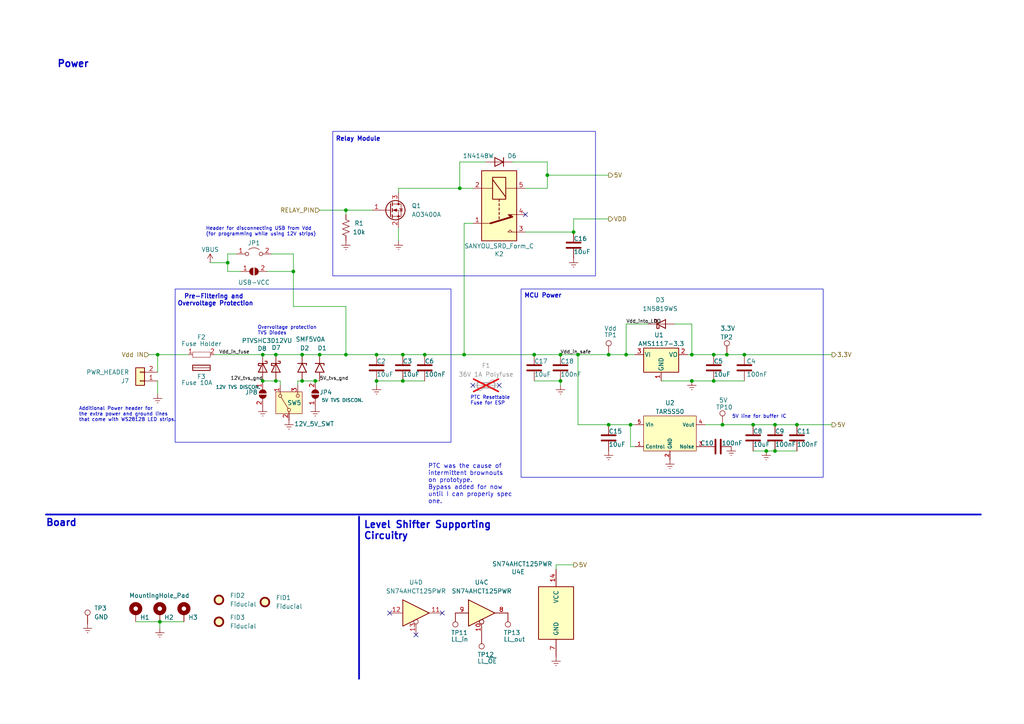
<source format=kicad_sch>
(kicad_sch (version 20231120) (generator "eeschema") (generator_version "8.0")
  (paper "A4")
  (title_block (title "IoT LEDDriver HW") (date "2025-02-23") (rev "v3.2") (company "iotled.jacobbokor.com") (comment 3 "ESP32-based IoT driver for individually addressable LED Strips"))
  (lib_symbols
    (symbol "74xx:74AHCT125" (pin_names (offset 1.016))
      (property "Reference" "U" (at 0 1.27 0))
      (property "Value" "74AHCT125" (at 0 -1.27 0))
      (symbol "74AHCT125_1_0"
        (polyline (pts (xy -3.81 3.81) (xy -3.81 -3.81) (xy 3.81 0) (xy -3.81 3.81)) (stroke (width 0.254)) (fill (type background)))
        (pin input inverted (at 0 -6.35 90) (length 4.445) (name "~") (number "1"))
        (pin input line (at -7.62 0 0) (length 3.81) (name "~") (number "2"))
        (pin tri_state line (at 7.62 0 180) (length 3.81) (name "~") (number "3"))
      )
      (symbol "74AHCT125_2_0"
        (polyline (pts (xy -3.81 3.81) (xy -3.81 -3.81) (xy 3.81 0) (xy -3.81 3.81)) (stroke (width 0.254)) (fill (type background)))
        (pin input inverted (at 0 -6.35 90) (length 4.445) (name "~") (number "4"))
        (pin input line (at -7.62 0 0) (length 3.81) (name "~") (number "5"))
        (pin tri_state line (at 7.62 0 180) (length 3.81) (name "~") (number "6"))
      )
      (symbol "74AHCT125_3_0"
        (polyline (pts (xy -3.81 3.81) (xy -3.81 -3.81) (xy 3.81 0) (xy -3.81 3.81)) (stroke (width 0.254)) (fill (type background)))
        (pin input inverted (at 0 -6.35 90) (length 4.445) (name "~") (number "10"))
        (pin tri_state line (at 7.62 0 180) (length 3.81) (name "~") (number "8"))
        (pin input line (at -7.62 0 0) (length 3.81) (name "~") (number "9"))
      )
      (symbol "74AHCT125_4_0"
        (polyline (pts (xy -3.81 3.81) (xy -3.81 -3.81) (xy 3.81 0) (xy -3.81 3.81)) (stroke (width 0.254)) (fill (type background)))
        (pin tri_state line (at 7.62 0 180) (length 3.81) (name "~") (number "11"))
        (pin input line (at -7.62 0 0) (length 3.81) (name "~") (number "12"))
        (pin input inverted (at 0 -6.35 90) (length 4.445) (name "~") (number "13"))
      )
      (symbol "74AHCT125_5_0"
        (pin power_in line (at 0 12.7 270) (length 5.08) (name "VCC") (number "14"))
        (pin power_in line (at 0 -12.7 90) (length 5.08) (name "GND") (number "7"))
      )
      (symbol "74AHCT125_5_1"
        (rectangle (start -5.08 7.62) (end 5.08 -7.62) (stroke (width 0.254)) (fill (type background)))
      )
    )
    (symbol "Connector:TestPoint" (pin_numbers hide) (pin_names (offset 0.762) hide)
      (property "Reference" "TP" (at 0 6.858 0))
      (property "Value" "TestPoint" (at 0 5.08 0))
      (symbol "TestPoint_0_1"
        (circle (center 0 3.302) (radius 0.762))
      )
      (symbol "TestPoint_1_1"
        (pin passive line (at 0 0 90) (length 2.54) (name "1") (number "1"))
      )
    )
    (symbol "Connector_Generic:Conn_01x02" (pin_names (offset 1.016) hide)
      (property "Reference" "J" (at 0 2.54 0))
      (property "Value" "Conn_01x02" (at 0 -5.08 0))
      (symbol "Conn_01x02_1_1"
        (rectangle (start -1.27 -2.413) (end 0 -2.667) (stroke (width 0.1524)))
        (rectangle (start -1.27 0.127) (end 0 -0.127) (stroke (width 0.1524)))
        (rectangle (start -1.27 1.27) (end 1.27 -3.81) (stroke (width 0.254)) (fill (type background)))
        (pin passive line (at -5.08 0 0) (length 3.81) (name "Pin_1") (number "1"))
        (pin passive line (at -5.08 -2.54 0) (length 3.81) (name "Pin_2") (number "2"))
      )
    )
    (symbol "Device:C" (pin_numbers hide) (pin_names (offset 0.254))
      (property "Reference" "C" (at 0.635 2.54 0))
      (property "Value" "C" (at 0.635 -2.54 0))
      (symbol "C_0_1"
        (polyline (pts (xy -2.032 -0.762) (xy 2.032 -0.762)) (stroke (width 0.508)))
        (polyline (pts (xy -2.032 0.762) (xy 2.032 0.762)) (stroke (width 0.508)))
      )
      (symbol "C_1_1"
        (pin passive line (at 0 3.81 270) (length 2.794) (name "~") (number "1"))
        (pin passive line (at 0 -3.81 90) (length 2.794) (name "~") (number "2"))
      )
    )
    (symbol "Device:D_Schottky" (pin_numbers hide) (pin_names (offset 1.016) hide)
      (property "Reference" "D" (at 0 2.54 0))
      (property "Value" "D_Schottky" (at 0 -2.54 0))
      (symbol "D_Schottky_0_1"
        (polyline (pts (xy 1.27 0) (xy -1.27 0)))
        (polyline (pts (xy 1.27 1.27) (xy 1.27 -1.27) (xy -1.27 0) (xy 1.27 1.27)) (stroke (width 0.254)))
        (polyline (pts (xy -1.905 0.635) (xy -1.905 1.27) (xy -1.27 1.27) (xy -1.27 -1.27) (xy -0.635 -1.27) (xy -0.635 -0.635)) (stroke (width 0.254)))
      )
      (symbol "D_Schottky_1_1"
        (pin passive line (at -3.81 0 0) (length 2.54) (name "K") (number "1"))
        (pin passive line (at 3.81 0 180) (length 2.54) (name "A") (number "2"))
      )
    )
    (symbol "Device:Polyfuse" (pin_numbers hide) (pin_names (offset 0))
      (property "Reference" "F" (at -2.54 0 90))
      (property "Value" "Polyfuse" (at 2.54 0 90))
      (symbol "Polyfuse_0_1"
        (rectangle (start -0.762 2.54) (end 0.762 -2.54) (stroke (width 0.254)))
        (polyline (pts (xy 0 2.54) (xy 0 -2.54)))
        (polyline (pts (xy -1.524 2.54) (xy -1.524 1.524) (xy 1.524 -1.524) (xy 1.524 -2.54)))
      )
      (symbol "Polyfuse_1_1"
        (pin passive line (at 0 3.81 270) (length 1.27) (name "~") (number "1"))
        (pin passive line (at 0 -3.81 90) (length 1.27) (name "~") (number "2"))
      )
    )
    (symbol "Device:R_US" (pin_numbers hide) (pin_names (offset 0))
      (property "Reference" "R" (at 2.54 0 90))
      (property "Value" "R_US" (at -2.54 0 90))
      (symbol "R_US_0_1"
        (polyline (pts (xy 0 -2.286) (xy 0 -2.54)))
        (polyline (pts (xy 0 2.286) (xy 0 2.54)))
        (polyline (pts (xy 0 -0.762) (xy 1.016 -1.143) (xy 0 -1.524) (xy -1.016 -1.905) (xy 0 -2.286)))
        (polyline (pts (xy 0 0.762) (xy 1.016 0.381) (xy 0 0) (xy -1.016 -0.381) (xy 0 -0.762)))
        (polyline (pts (xy 0 2.286) (xy 1.016 1.905) (xy 0 1.524) (xy -1.016 1.143) (xy 0 0.762)))
      )
      (symbol "R_US_1_1"
        (pin passive line (at 0 3.81 270) (length 1.27) (name "~") (number "1"))
        (pin passive line (at 0 -3.81 90) (length 1.27) (name "~") (number "2"))
      )
    )
    (symbol "Diode:1N4148W" (pin_numbers hide) (pin_names hide)
      (property "Reference" "D" (at 0 2.54 0))
      (property "Value" "1N4148W" (at 0 -2.54 0))
      (symbol "1N4148W_0_1"
        (polyline (pts (xy -1.27 1.27) (xy -1.27 -1.27)) (stroke (width 0.254)))
        (polyline (pts (xy 1.27 0) (xy -1.27 0)))
        (polyline (pts (xy 1.27 1.27) (xy 1.27 -1.27) (xy -1.27 0) (xy 1.27 1.27)) (stroke (width 0.254)))
      )
      (symbol "1N4148W_1_1"
        (pin passive line (at -3.81 0 0) (length 2.54) (name "K") (number "1"))
        (pin passive line (at 3.81 0 180) (length 2.54) (name "A") (number "2"))
      )
    )
    (symbol "Diode:SMF5V0A" (pin_numbers hide) (pin_names (offset 1.016) hide)
      (property "Reference" "D" (at 0 2.54 0))
      (property "Value" "SMF5V0A" (at 0 -2.54 0))
      (symbol "SMF5V0A_0_1"
        (polyline (pts (xy -0.762 1.27) (xy -1.27 1.27) (xy -1.27 -1.27)) (stroke (width 0.254)))
        (polyline (pts (xy 1.27 1.27) (xy 1.27 -1.27) (xy -1.27 0) (xy 1.27 1.27)) (stroke (width 0.254)))
      )
      (symbol "SMF5V0A_1_1"
        (pin passive line (at -3.81 0 0) (length 2.54) (name "A1") (number "1"))
        (pin passive line (at 3.81 0 180) (length 2.54) (name "A2") (number "2"))
      )
    )
    (symbol "Earth_1" (power) (pin_names (offset 0) hide)
      (symbol "Earth_1_0_1"
        (polyline (pts (xy -0.635 -1.905) (xy 0.635 -1.905)))
        (polyline (pts (xy -0.127 -2.54) (xy 0.127 -2.54)))
        (polyline (pts (xy 0 -1.27) (xy 0 0)))
        (polyline (pts (xy 1.27 -1.27) (xy -1.27 -1.27)))
      )
      (symbol "Earth_1_1_1"
        (pin power_in line (at 0 0 270) (length 0) hide (name "Earth") (number "1"))
      )
    )
    (symbol "Earth_2" (power) (pin_numbers hide) (pin_names (offset 0) hide)
      (symbol "Earth_2_0_1"
        (polyline (pts (xy -0.635 -1.905) (xy 0.635 -1.905)))
        (polyline (pts (xy -0.127 -2.54) (xy 0.127 -2.54)))
        (polyline (pts (xy 0 -1.27) (xy 0 0)))
        (polyline (pts (xy 1.27 -1.27) (xy -1.27 -1.27)))
      )
      (symbol "Earth_2_1_1"
        (pin power_in line (at 0 0 270) (length 0) hide (name "Earth") (number "1"))
      )
    )
    (symbol "Fuse-noLegs_1" (pin_numbers hide) (pin_names (offset 0)) (on_board no)
      (property "Reference" "F?" (at 5.715 0 90))
      (property "Value" "Fuse" (at 3.175 0 90))
      (symbol "Fuse-noLegs_1_0_1"
        (rectangle (start -0.762 -2.54) (end 0.762 2.54) (stroke (width 0.254)))
        (polyline (pts (xy 0 2.54) (xy 0 -2.54)))
      )
    )
    (symbol "Jumper:Jumper_2_Open" (pin_names (offset 0) hide)
      (property "Reference" "JP" (at 0 2.794 0))
      (property "Value" "Jumper_2_Open" (at 0 -2.286 0))
      (symbol "Jumper_2_Open_0_0"
        (circle (center -2.032 0) (radius 0.508))
        (circle (center 2.032 0) (radius 0.508))
      )
      (symbol "Jumper_2_Open_0_1"
        (arc (start 1.524 1.27) (mid 0 1.778) (end -1.524 1.27))
      )
      (symbol "Jumper_2_Open_1_1"
        (pin passive line (at -5.08 0 0) (length 2.54) (name "A") (number "1"))
        (pin passive line (at 5.08 0 180) (length 2.54) (name "B") (number "2"))
      )
    )
    (symbol "Jumper:SolderJumper_2_Open" (pin_names (offset 0) hide)
      (property "Reference" "JP" (at 0 2.032 0))
      (property "Value" "SolderJumper_2_Open" (at 0 -2.54 0))
      (symbol "SolderJumper_2_Open_0_1"
        (arc (start -0.254 1.016) (mid -1.2656 0) (end -0.254 -1.016))
        (arc (start -0.254 1.016) (mid -1.2656 0) (end -0.254 -1.016) (fill (type outline)))
        (polyline (pts (xy -0.254 1.016) (xy -0.254 -1.016)))
        (polyline (pts (xy 0.254 1.016) (xy 0.254 -1.016)))
        (arc (start 0.254 -1.016) (mid 1.2656 0) (end 0.254 1.016))
        (arc (start 0.254 -1.016) (mid 1.2656 0) (end 0.254 1.016) (fill (type outline)))
      )
      (symbol "SolderJumper_2_Open_1_1"
        (pin passive line (at -3.81 0 0) (length 2.54) (name "A") (number "1"))
        (pin passive line (at 3.81 0 180) (length 2.54) (name "B") (number "2"))
      )
    )
    (symbol "Mechanical:Fiducial"
      (property "Reference" "FID" (at 0 5.08 0))
      (property "Value" "Fiducial" (at 0 3.175 0))
      (symbol "Fiducial_0_1"
        (circle (center 0 0) (radius 1.27) (stroke (width 0.508)) (fill (type background)))
      )
    )
    (symbol "Mechanical:MountingHole_Pad" (pin_numbers hide) (pin_names (offset 1.016) hide)
      (property "Reference" "H" (at 0 6.35 0))
      (property "Value" "MountingHole_Pad" (at 0 4.445 0))
      (symbol "MountingHole_Pad_0_1"
        (circle (center 0 1.27) (radius 1.27) (stroke (width 1.27)))
      )
      (symbol "MountingHole_Pad_1_1"
        (pin input line (at 0 -2.54 90) (length 2.54) (name "1") (number "1"))
      )
    )
    (symbol "Regulator_Linear:AMS1117-3.3" (pin_names (offset 0.254))
      (property "Reference" "U" (at -3.81 3.175 0))
      (property "Value" "AMS1117-3.3" (at 0 3.175 0))
      (symbol "AMS1117-3.3_0_1"
        (rectangle (start -5.08 -5.08) (end 5.08 1.905) (stroke (width 0.254)) (fill (type background)))
      )
      (symbol "AMS1117-3.3_1_1"
        (pin power_in line (at 0 -7.62 90) (length 2.54) (name "GND") (number "1"))
        (pin power_out line (at 7.62 0 180) (length 2.54) (name "VO") (number "2"))
        (pin power_in line (at -7.62 0 0) (length 2.54) (name "VI") (number "3"))
      )
    )
    (symbol "Relay:SANYOU_SRD_Form_C"
      (property "Reference" "K" (at 11.43 3.81 0))
      (property "Value" "SANYOU_SRD_Form_C" (at 11.43 1.27 0))
      (symbol "SANYOU_SRD_Form_C_0_0"
        (polyline (pts (xy 7.62 5.08) (xy 7.62 2.54) (xy 6.985 3.175) (xy 7.62 3.81)))
      )
      (symbol "SANYOU_SRD_Form_C_0_1"
        (rectangle (start -10.16 5.08) (end 10.16 -5.08) (stroke (width 0.254)) (fill (type background)))
        (rectangle (start -8.255 1.905) (end -1.905 -1.905) (stroke (width 0.254)))
        (polyline (pts (xy -7.62 -1.905) (xy -2.54 1.905)) (stroke (width 0.254)))
        (polyline (pts (xy -5.08 -5.08) (xy -5.08 -1.905)))
        (polyline (pts (xy -5.08 5.08) (xy -5.08 1.905)))
        (polyline (pts (xy -1.905 0) (xy -1.27 0)) (stroke (width 0.254)))
        (polyline (pts (xy -0.635 0) (xy 0 0)) (stroke (width 0.254)))
        (polyline (pts (xy 0.635 0) (xy 1.27 0)) (stroke (width 0.254)))
        (polyline (pts (xy 1.905 0) (xy 2.54 0)) (stroke (width 0.254)))
        (polyline (pts (xy 3.175 0) (xy 3.81 0)) (stroke (width 0.254)))
        (polyline (pts (xy 5.08 -2.54) (xy 3.175 3.81)) (stroke (width 0.508)))
        (polyline (pts (xy 5.08 -2.54) (xy 5.08 -5.08)))
      )
      (symbol "SANYOU_SRD_Form_C_1_1"
        (polyline (pts (xy 2.54 3.81) (xy 3.175 3.175) (xy 2.54 2.54) (xy 2.54 5.08)) (fill (type outline)))
        (pin passive line (at 5.08 -7.62 90) (length 2.54) (name "~") (number "1"))
        (pin passive line (at -5.08 -7.62 90) (length 2.54) (name "~") (number "2"))
        (pin passive line (at 7.62 7.62 270) (length 2.54) (name "~") (number "3"))
        (pin passive line (at 2.54 7.62 270) (length 2.54) (name "~") (number "4"))
        (pin passive line (at -5.08 7.62 270) (length 2.54) (name "~") (number "5"))
      )
    )
    (symbol "Switch:SW_SPDT" (pin_names (offset 0) hide)
      (property "Reference" "SW" (at 0 5.08 0))
      (property "Value" "SW_SPDT" (at 0 -5.08 0))
      (symbol "SW_SPDT_0_1"
        (circle (center -2.032 0) (radius 0.4572))
        (polyline (pts (xy -1.651 0.254) (xy 1.651 2.286)))
        (circle (center 2.032 -2.54) (radius 0.4572))
        (circle (center 2.032 2.54) (radius 0.4572))
      )
      (symbol "SW_SPDT_1_1"
        (rectangle (start -3.175 3.81) (end 3.175 -3.81) (fill (type background)))
        (pin passive line (at 5.08 2.54 180) (length 2.54) (name "A") (number "1"))
        (pin passive line (at -5.08 0 0) (length 2.54) (name "B") (number "2"))
        (pin passive line (at 5.08 -2.54 180) (length 2.54) (name "C") (number "3"))
      )
    )
    (symbol "Transistor_FET:AO3400A" (pin_names hide)
      (property "Reference" "Q" (at 5.08 1.905 0))
      (property "Value" "AO3400A" (at 5.08 0 0))
      (symbol "AO3400A_0_1"
        (polyline (pts (xy 0.254 0) (xy -2.54 0)))
        (polyline (pts (xy 0.254 1.905) (xy 0.254 -1.905)) (stroke (width 0.254)))
        (polyline (pts (xy 0.762 -1.27) (xy 0.762 -2.286)) (stroke (width 0.254)))
        (polyline (pts (xy 0.762 0.508) (xy 0.762 -0.508)) (stroke (width 0.254)))
        (polyline (pts (xy 0.762 2.286) (xy 0.762 1.27)) (stroke (width 0.254)))
        (polyline (pts (xy 2.54 2.54) (xy 2.54 1.778)))
        (polyline (pts (xy 2.54 -2.54) (xy 2.54 0) (xy 0.762 0)))
        (polyline (pts (xy 0.762 -1.778) (xy 3.302 -1.778) (xy 3.302 1.778) (xy 0.762 1.778)))
        (polyline (pts (xy 1.016 0) (xy 2.032 0.381) (xy 2.032 -0.381) (xy 1.016 0)) (fill (type outline)))
        (polyline (pts (xy 2.794 0.508) (xy 2.921 0.381) (xy 3.683 0.381) (xy 3.81 0.254)))
        (polyline (pts (xy 3.302 0.381) (xy 2.921 -0.254) (xy 3.683 -0.254) (xy 3.302 0.381)))
        (circle (center 1.651 0) (radius 2.794) (stroke (width 0.254)))
        (circle (center 2.54 -1.778) (radius 0.254) (fill (type outline)))
        (circle (center 2.54 1.778) (radius 0.254) (fill (type outline)))
      )
      (symbol "AO3400A_1_1"
        (pin input line (at -5.08 0 0) (length 2.54) (name "G") (number "1"))
        (pin passive line (at 2.54 -5.08 90) (length 2.54) (name "S") (number "2"))
        (pin passive line (at 2.54 5.08 270) (length 2.54) (name "D") (number "3"))
      )
    )
    (symbol "power:Earth" (power) (pin_names (offset 0))
      (symbol "Earth_0_1"
        (polyline (pts (xy -0.635 -1.905) (xy 0.635 -1.905)))
        (polyline (pts (xy -0.127 -2.54) (xy 0.127 -2.54)))
        (polyline (pts (xy 0 -1.27) (xy 0 0)))
        (polyline (pts (xy 1.27 -1.27) (xy -1.27 -1.27)))
      )
      (symbol "Earth_1_1"
        (pin power_in line (at 0 0 270) (length 0) hide (name "Earth") (number "1"))
      )
    )
    (symbol "power:VBUS" (power) (pin_names (offset 0))
      (property "Value" "VBUS" (at 0 3.81 0))
      (symbol "VBUS_0_1"
        (polyline (pts (xy -0.762 1.27) (xy 0 2.54)))
        (polyline (pts (xy 0 0) (xy 0 2.54)))
        (polyline (pts (xy 0 2.54) (xy 0.762 1.27)))
      )
      (symbol "VBUS_1_1"
        (pin power_in line (at 0 0 90) (length 0) hide (name "VBUS") (number "1"))
      )
    )
    (symbol "projectlib:FuseHolder" (pin_names (offset 0))
      (property "Reference" "F2" (at 0 5.08 0))
      (property "Value" "Fuse Holder" (at 0 3.175 0))
      (symbol "FuseHolder_1_1"
        (rectangle (start -2.54 0.762) (end 2.54 -0.762) (stroke (width 0.11)))
        (pin passive line (at -3.81 0 0) (length 1.27) (name "~") (number "1"))
        (pin passive line (at 3.81 0 180) (length 1.27) (name "~") (number "2"))
      )
    )
    (symbol "projectlib:TAR5S50"
      (property "Reference" "U" (at 0 3.556 0))
      (property "Value" "TAR5S50" (at 0 1.778 0))
      (symbol "TAR5S50_0_0"
        (pin passive line (at -10.16 -2.54 0) (length 2.54) (name "Control") (number "1"))
        (pin passive line (at 10.16 -2.54 180) (length 2.54) (name "Noise") (number "3"))
        (pin power_out line (at 10.16 3.81 180) (length 2.54) (name "Vout") (number "4"))
        (pin power_in line (at -10.16 3.81 0) (length 2.54) (name "Vin") (number "5"))
      )
      (symbol "TAR5S50_1_0"
        (pin passive line (at 0 -6.35 90) (length 2.54) (name "GND") (number "2"))
      )
      (symbol "TAR5S50_1_1"
        (rectangle (start -7.62 6.35) (end 7.62 -3.81) (fill (type background)))
      )
    )
  )
  (junction (at 109.22 102.87))
  (junction (at 176.53 123.19))
  (junction (at 181.61 102.87))
  (junction (at 85.09 78.74))
  (junction (at 207.01 102.87))
  (junction (at 116.84 110.49))
  (junction (at 76.2 110.49))
  (junction (at 224.79 130.81))
  (junction (at 87.63 102.87))
  (junction (at 231.14 123.19))
  (junction (at 91.44 110.49))
  (junction (at 162.56 110.49))
  (junction (at 76.2 102.87))
  (junction (at 162.56 102.87))
  (junction (at 80.01 110.49))
  (junction (at 224.79 123.19))
  (junction (at 167.64 102.87))
  (junction (at 123.19 102.87))
  (junction (at 116.84 102.87))
  (junction (at 133.35 54.61))
  (junction (at 218.44 123.19))
  (junction (at 158.75 50.8))
  (junction (at 210.82 102.87))
  (junction (at 166.37 67.31))
  (junction (at 207.01 110.49))
  (junction (at 176.53 102.87))
  (junction (at 154.94 102.87))
  (junction (at 87.63 110.49))
  (junction (at 66.04 76.2))
  (junction (at 209.55 123.19))
  (junction (at 200.66 102.87))
  (junction (at 215.9 102.87))
  (junction (at 222.25 130.81))
  (junction (at 45.72 102.87))
  (junction (at 92.71 102.87))
  (junction (at 109.22 110.49))
  (junction (at 182.88 123.19))
  (junction (at 100.33 60.96))
  (junction (at 134.62 102.87))
  (junction (at 100.33 102.87))
  (junction (at 200.66 110.49))
  (junction (at 46.355 180.34))
  (junction (at 80.01 102.87))
  (no_connect (at 152.4 62.23))
  (no_connect (at 113.03 177.8))
  (no_connect (at 120.65 184.15))
  (no_connect (at 137.16 111.76))
  (no_connect (at 144.78 111.76))
  (no_connect (at 128.27 177.8))
  (wire (pts (xy 109.22 110.49) (xy 116.84 110.49)))
  (wire (pts (xy 60.96 76.2) (xy 66.04 76.2)))
  (wire (pts (xy 158.75 46.99) (xy 158.75 50.8)))
  (wire (pts (xy 109.22 111.76) (xy 109.22 110.49)))
  (wire (pts (xy 66.04 73.66) (xy 66.04 76.2)))
  (wire (pts (xy 77.47 78.74) (xy 85.09 78.74)))
  (wire (pts (xy 80.01 110.49) (xy 81.28 110.49)))
  (wire (pts (xy 154.94 102.87) (xy 162.56 102.87)))
  (wire (pts (xy 133.35 54.61) (xy 137.16 54.61)))
  (wire (pts (xy 123.19 102.87) (xy 134.62 102.87)))
  (wire (pts (xy 166.37 63.5) (xy 166.37 67.31)))
  (wire (pts (xy 45.72 102.87) (xy 54.61 102.87)))
  (wire (pts (xy 210.82 102.87) (xy 215.9 102.87)))
  (wire (pts (xy 100.33 62.23) (xy 100.33 60.96)))
  (wire (pts (xy 46.355 180.34) (xy 46.355 182.245)))
  (wire (pts (xy 167.64 102.87) (xy 167.64 123.19)))
  (wire (pts (xy 181.61 93.98) (xy 181.61 102.87)))
  (wire (pts (xy 86.36 110.49) (xy 87.63 110.49)))
  (wire (pts (xy 87.63 102.87) (xy 92.71 102.87)))
  (wire (pts (xy 200.66 110.49) (xy 207.01 110.49)))
  (wire (pts (xy 123.19 110.49) (xy 116.84 110.49)))
  (wire (pts (xy 87.63 110.49) (xy 91.44 110.49)))
  (wire (pts (xy 199.39 102.87) (xy 200.66 102.87)))
  (wire (pts (xy 68.58 73.66) (xy 66.04 73.66)))
  (wire (pts (xy 109.22 102.87) (xy 116.84 102.87)))
  (wire (pts (xy 166.37 63.5) (xy 176.53 63.5)))
  (wire (pts (xy 80.01 102.87) (xy 87.63 102.87)))
  (wire (pts (xy 162.56 110.49) (xy 162.56 111.76)))
  (wire (pts (xy 184.15 129.54) (xy 182.88 129.54)))
  (wire (pts (xy 134.62 64.77) (xy 134.62 102.87)))
  (wire (pts (xy 100.33 102.87) (xy 109.22 102.87)))
  (wire (pts (xy 39.37 180.34) (xy 46.355 180.34)))
  (wire (pts (xy 207.01 110.49) (xy 215.9 110.49)))
  (wire (pts (xy 85.09 73.66) (xy 85.09 78.74)))
  (wire (pts (xy 209.55 123.19) (xy 218.44 123.19)))
  (wire (pts (xy 115.57 66.04) (xy 115.57 69.85)))
  (wire (pts (xy 204.47 123.19) (xy 209.55 123.19)))
  (wire (pts (xy 66.04 76.2) (xy 66.04 78.74)))
  (wire (pts (xy 46.355 180.34) (xy 53.34 180.34)))
  (wire (pts (xy 182.88 129.54) (xy 182.88 123.19)))
  (wire (pts (xy 218.44 130.81) (xy 222.25 130.81)))
  (wire (pts (xy 100.33 88.9) (xy 100.33 102.87)))
  (wire (pts (xy 62.23 102.87) (xy 76.2 102.87)))
  (wire (pts (xy 158.75 50.8) (xy 176.53 50.8)))
  (wire (pts (xy 76.2 102.87) (xy 80.01 102.87)))
  (wire (pts (xy 43.18 102.87) (xy 45.72 102.87)))
  (wire (pts (xy 133.35 46.99) (xy 133.35 54.61)))
  (wire (pts (xy 167.64 123.19) (xy 176.53 123.19)))
  (wire (pts (xy 66.04 78.74) (xy 69.85 78.74)))
  (wire (pts (xy 200.66 93.98) (xy 200.66 102.87)))
  (wire (pts (xy 158.75 50.8) (xy 158.75 54.61)))
  (wire (pts (xy 78.74 73.66) (xy 85.09 73.66)))
  (wire (pts (xy 176.53 102.87) (xy 181.61 102.87)))
  (wire (pts (xy 76.2 110.49) (xy 80.01 110.49)))
  (wire (pts (xy 158.75 54.61) (xy 152.4 54.61)))
  (wire (pts (xy 92.71 102.87) (xy 100.33 102.87)))
  (wire (pts (xy 45.72 110.49) (xy 45.72 114.3)))
  (wire (pts (xy 85.09 88.9) (xy 100.33 88.9)))
  (wire (pts (xy 115.57 54.61) (xy 115.57 55.88)))
  (wire (pts (xy 134.62 64.77) (xy 137.16 64.77)))
  (wire (pts (xy 91.44 110.49) (xy 92.71 110.49)))
  (wire (pts (xy 167.64 102.87) (xy 162.56 102.87)))
  (wire (pts (xy 133.35 54.61) (xy 115.57 54.61)))
  (wire (pts (xy 100.33 60.96) (xy 107.95 60.96)))
  (wire (pts (xy 195.58 93.98) (xy 200.66 93.98)))
  (wire (pts (xy 167.64 102.87) (xy 176.53 102.87)))
  (wire (pts (xy 207.01 102.87) (xy 210.82 102.87)))
  (wire (pts (xy 148.59 46.99) (xy 158.75 46.99)))
  (wire (pts (xy 224.79 130.81) (xy 231.14 130.81)))
  (wire (pts (xy 116.84 102.87) (xy 123.19 102.87)))
  (wire (pts (xy 176.53 123.19) (xy 182.88 123.19)))
  (wire (pts (xy 182.88 123.19) (xy 184.15 123.19)))
  (wire (pts (xy 81.28 110.49) (xy 81.28 111.76)))
  (wire (pts (xy 161.29 163.83) (xy 161.29 165.1)))
  (wire (pts (xy 86.36 111.76) (xy 86.36 110.49)))
  (wire (pts (xy 224.79 123.19) (xy 231.14 123.19)))
  (wire (pts (xy 100.33 60.96) (xy 92.71 60.96)))
  (wire (pts (xy 218.44 123.19) (xy 224.79 123.19)))
  (wire (pts (xy 45.72 102.87) (xy 45.72 107.95)))
  (wire (pts (xy 222.25 130.81) (xy 224.79 130.81)))
  (wire (pts (xy 154.94 110.49) (xy 162.56 110.49)))
  (wire (pts (xy 85.09 78.74) (xy 85.09 88.9)))
  (wire (pts (xy 181.61 102.87) (xy 184.15 102.87)))
  (wire (pts (xy 215.9 102.87) (xy 241.3 102.87)))
  (wire (pts (xy 191.77 110.49) (xy 200.66 110.49)))
  (wire (pts (xy 200.66 102.87) (xy 207.01 102.87)))
  (wire (pts (xy 166.37 67.31) (xy 152.4 67.31)))
  (wire (pts (xy 140.97 46.99) (xy 133.35 46.99)))
  (wire (pts (xy 161.29 163.83) (xy 166.37 163.83)))
  (wire (pts (xy 231.14 123.19) (xy 241.3 123.19)))
  (wire (pts (xy 134.62 102.87) (xy 154.94 102.87)))
  (wire (pts (xy 187.96 93.98) (xy 181.61 93.98)))
  (rectangle (start 151.13 83.82) (end 238.76 138.43))
  (rectangle (start 104.14 149.86) (end 104.14 196.85) (stroke (width 0.5)))
  (rectangle (start 50.8 83.82) (end 130.81 128.27))
  (rectangle (start 96.52 38.1) (end 172.72 80.01))
  (rectangle (start 13.335 149.225) (end 284.48 149.225) (stroke (width 0.5)))
  (text_box "PTC was the cause of intermittent brownouts on prototype. \nBypass added for now until I can properly spec one." (at 123.19 133.35 0) (size 26.67 8.89) (stroke (width -0.0001)) (effects (font (size 1.27 1.27)) (justify left top)))
  (text "5V line for buffer IC" (at 220.218 120.904 0) (effects (font (size 1 1))))
  (text "Overvoltage protection \nTVS Diodes\n" (at 74.676 97.282 0) (effects (font (size 1 1)) (justify left bottom)))
  (text "Relay Module" (at 103.886 40.386 0) (effects (font (size 1.27 1.27) (thickness 0.254) (bold yes))))
  (text "MCU Power" (at 157.48 85.852 0) (effects (font (size 1.27 1.27) (thickness 0.254) (bold yes))))
  (text "Header for disconnecting USB from Vdd \n(for programming while using 12V strips)" (at 59.69 68.58 0) (effects (font (size 1 1)) (justify left bottom)))
  (text "Pre-Filtering and \nOvervoltage Protection" (at 62.484 87.122 0) (effects (font (size 1.27 1.27) (thickness 0.254) (bold yes))))
  (text "PTC Resettable \nFuse for ESP" (at 136.398 117.602 0) (effects (font (size 1 1)) (justify left bottom)))
  (text "Board" (at 13.208 152.908 0) (effects (font (size 2 2) (thickness 0.4) (bold yes)) (justify left bottom)))
  (text "Additional Power header for\nthe extra power and ground lines \nthat come with WS2812B LED strips. " (at 22.86 122.428 0) (effects (font (size 1 1)) (justify left bottom)))
  (text "Power" (at 16.51 19.812 0) (effects (font (size 2 2) (thickness 0.4) (bold yes)) (justify left bottom)))
  (text "Level Shifter Supporting\nCircuitry" (at 105.41 156.718 0) (effects (font (size 2 2) (thickness 0.4) (bold yes)) (justify left bottom)))
  (label "12V_tvs_gnd" (at 76.2 110.49 180) (effects (font (size 1 1))))
  (label "Vdd_into_LDO" (at 181.61 93.98 0) (effects (font (size 1 1))))
  (label "Vdd_in_safe" (at 171.45 102.87 180) (effects (font (size 1 1))))
  (label "Vdd_in_fuse" (at 63.5 102.87 0) (effects (font (size 1 1))))
  (label "5V_tvs_gnd" (at 92.71 110.49 0) (effects (font (size 1 1))))
  (hierarchical_label "Vdd IN" (shape input) (at 43.18 102.87 180))
  (hierarchical_label "5V" (shape output) (at 241.3 123.19 0))
  (hierarchical_label "RELAY_PIN" (shape input) (at 92.71 60.96 180))
  (hierarchical_label "5V" (shape output) (at 166.37 163.83 0))
  (hierarchical_label "5V" (shape output) (at 176.53 50.8 0))
  (hierarchical_label "VDD" (shape output) (at 176.53 63.5 0))
  (hierarchical_label "3.3V" (shape output) (at 241.3 102.87 0))
  (symbol (lib_id "Device:C") (at 166.37 71.12 0) (unit 1)
    (property "Reference" "C16" (at 166.37 69.215 0) (effects (justify left)))
    (property "Value" "10uF" (at 166.37 73.025 0) (effects (justify left)))
    (property "Footprint" "Capacitor_SMD:C_0805_2012Metric_Pad1.18x1.45mm_HandSolder" (effects (hide yes)))
    (property "Description" "16V 10uF 0805 Ceramic Capacitor SMD" (effects (hide yes)))
    (property "Vendor" "https://www.lcsc.com/product-detail/Multilayer-Ceramic-Capacitors-MLCC-SMD-SMT_Murata-Electronics-GRM21BR61C106KE15L_C77075.html" (effects (hide yes)))
    (property "LCSC" "C15850" (effects (hide yes)))
  )
  (symbol (lib_id "Mechanical:MountingHole_Pad") (at 39.37 177.8 0) (unit 1) (in_bom no)
    (property "Reference" "H1" (at 40.64 179.07 0) (effects (justify left)))
    (property "Value" "MountingHole_Pad" (at 37.465 172.72 0) (effects (justify left)))
    (property "Footprint" "MountingHole:MountingHole_2.2mm_M2_Pad_Via" (effects (hide yes)))
  )
  (symbol (lib_id "power:Earth") (at 91.44 118.11 0) (unit 1)
    (property "Reference" "#PWR042" (effects (hide yes)))
    (property "Value" "Earth" (effects (hide yes)))
  )
  (symbol (lib_id "Jumper:SolderJumper_2_Open") (at 76.2 114.3 270) (unit 1) (in_bom no)
    (property "Reference" "JP8" (at 72.898 113.792 90))
    (property "Value" "12V TVS DISCON." (at 69.088 112.268 90) (effects (font (size 1 1))))
    (property "Footprint" "Jumper:SolderJumper-2_P1.3mm_Open_RoundedPad1.0x1.5mm" (effects (hide yes)))
  )
  (symbol (lib_id "Connector:TestPoint") (at 132.08 177.8 0) (mirror x) (unit 1) (in_bom no)
    (property "Reference" "TP11" (at 130.81 183.515 0) (effects (justify left)))
    (property "Value" "LL_in" (at 130.81 185.42 0) (effects (justify left)))
    (property "Footprint" "TestPoint:TestPoint_Pad_D1.0mm" (effects (hide yes)))
  )
  (symbol (lib_id "projectlib:FuseHolder") (at 58.42 102.87 0) (unit 1)
    (property "Reference" "F2" (at 58.42 97.79 0))
    (property "Value" "Fuse Holder" (at 58.42 99.695 0))
    (property "Footprint" "jmux-footprints:FUSE-TH_XF-505P" (effects (hide yes)))
    (property "Description" "https://www.lcsc.com/product-detail/Fuse-Holders_XFCN-XF-505P_C843270.html" (effects (hide yes)))
    (property "LCSC" "C843270" (effects (hide yes)))
  )
  (symbol (lib_id "power:VBUS") (at 60.96 76.2 0) (unit 1)
    (property "Reference" "#PWR08" (effects (hide yes)))
    (property "Value" "VBUS" (at 60.96 72.39 0))
  )
  (symbol (lib_id "Connector:TestPoint") (at 139.7 184.15 0) (mirror x) (unit 1) (in_bom no)
    (property "Reference" "TP12" (at 138.43 189.865 0) (effects (justify left)))
    (property "Value" "LL_~{OE}" (at 138.43 191.77 0) (effects (justify left)))
    (property "Footprint" "TestPoint:TestPoint_Pad_D1.0mm" (effects (hide yes)))
  )
  (symbol (lib_id "Mechanical:Fiducial") (at 63.5 180.34 0) (unit 1) (in_bom no)
    (property "Reference" "FID3" (at 66.675 179.0699 0) (effects (justify left)))
    (property "Value" "Fiducial" (at 66.675 181.6099 0) (effects (justify left)))
    (property "Footprint" "Fiducial:Fiducial_0.5mm_Mask1mm" (effects (hide yes)))
  )
  (symbol (lib_id "Device:C") (at 154.94 106.68 0) (unit 1)
    (property "Reference" "C17" (at 154.94 104.775 0) (effects (justify left)))
    (property "Value" "10uF" (at 154.94 108.585 0) (effects (justify left)))
    (property "Footprint" "Capacitor_SMD:C_0805_2012Metric_Pad1.18x1.45mm_HandSolder" (effects (hide yes)))
    (property "Description" "16V 10uF 0805 Ceramic Capacitor SMD" (effects (hide yes)))
    (property "Vendor" "https://www.lcsc.com/product-detail/Multilayer-Ceramic-Capacitors-MLCC-SMD-SMT_Murata-Electronics-GRM21BR61C106KE15L_C77075.html" (effects (hide yes)))
    (property "LCSC" "C15850" (effects (hide yes)))
  )
  (symbol (lib_id "power:Earth") (at 200.66 110.49 0) (unit 1)
    (property "Reference" "#PWR012" (effects (hide yes)))
    (property "Value" "Earth" (effects (hide yes)))
  )
  (symbol (lib_id "Switch:SW_SPDT") (at 83.82 116.84 90) (unit 1)
    (property "Reference" "SW5" (at 83.312 116.84 90) (effects (justify right)))
    (property "Value" "12V_5V_SWT" (at 85.344 122.936 90) (effects (justify right)))
    (property "Footprint" "Button_Switch_SMD:SW_SPDT_PCM12" (effects (hide yes)))
    (property "Description" "Surface Mount 50mA SPDT 12V 12V 50mA Black SMD Slide Switches ROHS" (effects (hide yes)))
    (property "LCSC" "C319020" (effects (hide yes)))
    (property "Vendor" "https://jlcpcb.com/partdetail/XkbConnectivity-SK_3296S_01L1/C319020" (effects (hide yes)))
    (property "Note" "I'm not 100% on these footprints and the switches dont have a datasheet" (effects (hide yes)))
  )
  (symbol (lib_id "Device:D_Schottky") (at 80.01 106.68 270) (unit 1)
    (property "Reference" "D7" (at 78.74 100.838 90) (effects (justify left)))
    (property "Value" "PTVSHC3D12VU" (effects (hide yes)))
    (property "Footprint" "Diode_SMD:D_SOD-323_HandSoldering" (effects (hide yes)))
    (property "Datasheet" "https://www.lcsc.com/datasheet/lcsc_datasheet_1810251325_Shanghai-Prisemi-Elec-PTVSHC3D12VU_C169336.pdf" (effects (hide yes)))
    (property "Description" "30V 13.5V 12V SOD-323 TVS ROHS" (effects (hide yes)))
    (property "LCSC" "C169336" (effects (hide yes)))
    (property "Vendor" "https://jlcpcb.com/partdetail/Shanghai_PrisemiElec-PTVSHC3D12VU/C169336" (effects (hide yes)))
  )
  (symbol (lib_id "Device:C") (at 208.28 129.54 90) (unit 1)
    (property "Reference" "C10" (at 207.01 128.524 90) (effects (justify left)))
    (property "Value" "100nF" (at 215.392 128.524 90) (effects (justify left)))
    (property "Footprint" "Capacitor_SMD:C_0805_2012Metric_Pad1.18x1.45mm_HandSolder" (effects (hide yes)))
    (property "Description" "100nF 50V X7R ±10% 0805 Ceramic Cap SMD" (effects (hide yes)))
    (property "Vendor" "https://jlcpcb.com/partdetail/Yageo-CC0805KRX7R9BB104/C49678" (effects (hide yes)))
    (property "LCSC" "C49678" (effects (hide yes)))
  )
  (symbol (lib_id "power:Earth") (at 100.33 69.85 0) (unit 1)
    (property "Reference" "#PWR020" (effects (hide yes)))
    (property "Value" "Earth" (effects (hide yes)))
  )
  (symbol (lib_id "74xx:74AHCT125") (at 161.29 177.8 0) (unit 5)
    (property "Reference" "U4" (at 148.336 165.862 0) (effects (justify left)))
    (property "Value" "SN74AHCT125PWR" (at 142.748 163.576 0) (effects (justify left)))
    (property "Footprint" "Package_SO:TSSOP-14_4.4x5mm_P0.65mm" (effects (hide yes)))
    (property "Datasheet" "https://www.ti.com/lit/ds/symlink/sn74ahct125.pdf" (effects (hide yes)))
    (property "Description" "1 8mA 4.5V~5.5V 8mA 4 TSSOP-14 Buffer/Driver/Transceiver ROHS" (effects (hide yes)))
    (property "LCSC" "C36365" (effects (hide yes)))
    (property "Vendor" "https://www.lcsc.com/product-detail/Buffer-Driver-Transceiver_Texas-Instruments-SN74AHCT125PWR_C36365.html" (effects (hide yes)))
  )
  (symbol (lib_id "Device:C") (at 176.53 127 0) (unit 1)
    (property "Reference" "C15" (at 176.53 125.095 0) (effects (justify left)))
    (property "Value" "10uF" (at 176.53 128.905 0) (effects (justify left)))
    (property "Footprint" "Capacitor_SMD:C_0805_2012Metric_Pad1.18x1.45mm_HandSolder" (effects (hide yes)))
    (property "Description" "16V 10uF 0805 Ceramic Capacitor SMD" (effects (hide yes)))
    (property "Vendor" "https://www.lcsc.com/product-detail/Multilayer-Ceramic-Capacitors-MLCC-SMD-SMT_Murata-Electronics-GRM21BR61C106KE15L_C77075.html" (effects (hide yes)))
    (property "LCSC" "C15850" (effects (hide yes)))
  )
  (symbol (lib_id "power:Earth") (at 109.22 111.76 0) (unit 1)
    (property "Reference" "#PWR05" (effects (hide yes)))
    (property "Value" "Earth" (effects (hide yes)))
  )
  (symbol (lib_id "projectlib:TAR5S50") (at 194.31 127 0) (unit 1)
    (property "Reference" "U2" (at 194.31 116.84 0))
    (property "Value" "TAR5S50" (at 194.31 119.38 0))
    (property "Footprint" "projectlib:SSOP-5_L2.9-W1.6-P0.95-LS2.8-TL" (effects (hide yes)))
    (property "Datasheet" "https://www.lcsc.com/datasheet/lcsc_datasheet_1804250220_TOSHIBA-TAR5S50TE85LF_C146354.pdf" (effects (hide yes)))
    (property "Description" "200mA 70dB@(1kHz) Fixed 5V Positive electrode 15V SSOP-5-1.6mm Linear Voltage Regulators" (effects (hide yes)))
    (property "LCSC" "C146354" (effects (hide yes)))
    (property "Vendor" "https://www.lcsc.com/product-detail/Linear-Voltage-Regulators-LDO_TOSHIBA-TAR5S50TE85LF_C146354.html" (effects (hide yes)))
  )
  (symbol (lib_id "Device:C") (at 207.01 106.68 0) (unit 1)
    (property "Reference" "C5" (at 207.01 104.775 0) (effects (justify left)))
    (property "Value" "10uF" (at 207.01 108.585 0) (effects (justify left)))
    (property "Footprint" "Capacitor_SMD:C_0805_2012Metric_Pad1.18x1.45mm_HandSolder" (effects (hide yes)))
    (property "Description" "16V 10uF 0805 Ceramic Capacitor SMD" (effects (hide yes)))
    (property "Vendor" "https://www.lcsc.com/product-detail/Multilayer-Ceramic-Capacitors-MLCC-SMD-SMT_Murata-Electronics-GRM21BR61C106KE15L_C77075.html" (effects (hide yes)))
    (property "LCSC" "C15850" (effects (hide yes)))
  )
  (symbol (lib_name "Fuse-noLegs_1") (lib_id "projectlib:Fuse-noLegs") (at 58.42 106.68 90) (unit 1) (on_board no)
    (property "Reference" "F3" (at 57.15 109.22 90) (effects (justify right)))
    (property "Value" "Fuse 10A" (at 52.578 110.998 90) (effects (justify right)))
    (property "Description" "Low profile blade fuse, 8A" (effects (hide yes)))
    (property "LCSC" "-" (effects (hide yes)))
  )
  (symbol (lib_id "power:Earth") (at 166.37 74.93 0) (unit 1)
    (property "Reference" "#PWR048" (effects (hide yes)))
    (property "Value" "Earth" (effects (hide yes)))
  )
  (symbol (lib_id "power:Earth") (at 212.09 129.54 0) (unit 1)
    (property "Reference" "#PWR010" (effects (hide yes)))
    (property "Value" "Earth" (effects (hide yes)))
  )
  (symbol (lib_id "Jumper:Jumper_2_Open") (at 73.66 73.66 0) (unit 1)
    (property "Reference" "JP1" (at 73.66 70.485 0))
    (property "Value" "USB-VDD" (effects (hide yes)))
    (property "Footprint" "TestPoint:TestPoint_2Pads_Pitch2.54mm_Drill0.8mm" (effects (hide yes)))
  )
  (symbol (lib_id "power:Earth") (at 76.2 118.11 0) (unit 1)
    (property "Reference" "#PWR043" (effects (hide yes)))
    (property "Value" "Earth" (effects (hide yes)))
  )
  (symbol (lib_id "Device:C") (at 116.84 106.68 0) (unit 1)
    (property "Reference" "C3" (at 116.84 104.775 0) (effects (justify left)))
    (property "Value" "10uF" (at 116.84 108.585 0) (effects (justify left)))
    (property "Footprint" "Capacitor_SMD:C_0805_2012Metric_Pad1.18x1.45mm_HandSolder" (effects (hide yes)))
    (property "Description" "16V 10uF 0805 Ceramic Capacitor SMD" (effects (hide yes)))
    (property "Vendor" "https://www.lcsc.com/product-detail/Multilayer-Ceramic-Capacitors-MLCC-SMD-SMT_Murata-Electronics-GRM21BR61C106KE15L_C77075.html" (effects (hide yes)))
    (property "LCSC" "C15850" (effects (hide yes)))
  )
  (symbol (lib_id "Connector:TestPoint") (at 176.53 102.87 0) (unit 1) (in_bom no)
    (property "Reference" "TP1" (at 175.26 97.155 0) (effects (justify left)))
    (property "Value" "Vdd" (at 175.26 95.25 0) (effects (justify left)))
    (property "Footprint" "TestPoint:TestPoint_Pad_D1.5mm" (effects (hide yes)))
  )
  (symbol (lib_id "Relay:SANYOU_SRD_Form_C") (at 144.78 59.69 270) (unit 1)
    (property "Reference" "K2" (at 144.78 73.66 90))
    (property "Value" "SANYOU_SRD_Form_C" (at 144.78 71.374 90))
    (property "Footprint" "Relay_THT:Relay_SPDT_SANYOU_SRD_Series_Form_C" (effects (hide yes)))
    (property "Datasheet" "http://www.sanyourelay.ca/public/products/pdf/SRD.pdf" (effects (hide yes)))
    (property "Description" "Sanyo SRD relay, Single Pole Miniature Power Relay," (effects (hide yes)))
    (property "LCSC" "C35449" (effects (hide yes)))
    (property "Vendor" "https://jlcpcb.com/partdetail/Ningbo_SongleRelay-SRD_05VDC_SLC/C35449" (effects (hide yes)))
  )
  (symbol (lib_id "Device:C") (at 162.56 106.68 0) (unit 1)
    (property "Reference" "C18" (at 162.56 104.775 0) (effects (justify left)))
    (property "Value" "100nF" (at 162.56 108.585 0) (effects (justify left)))
    (property "Footprint" "Capacitor_SMD:C_0805_2012Metric_Pad1.18x1.45mm_HandSolder" (effects (hide yes)))
    (property "Description" "100nF 50V X7R ±10% 0805 Ceramic Cap SMD" (effects (hide yes)))
    (property "Vendor" "https://jlcpcb.com/partdetail/Yageo-CC0805KRX7R9BB104/C49678" (effects (hide yes)))
    (property "LCSC" "C49678" (effects (hide yes)))
  )
  (symbol (lib_id "power:Earth") (at 161.29 190.5 0) (mirror y) (unit 1)
    (property "Reference" "#PWR030" (effects (hide yes)))
    (property "Value" "Earth" (effects (hide yes)))
  )
  (symbol (lib_id "74xx:74AHCT125") (at 139.7 177.8 0) (unit 3)
    (property "Reference" "U4" (at 139.7 168.91 0))
    (property "Value" "SN74AHCT125PWR" (at 139.7 171.45 0))
    (property "Footprint" "Package_SO:TSSOP-14_4.4x5mm_P0.65mm" (effects (hide yes)))
    (property "Datasheet" "https://www.ti.com/lit/ds/symlink/sn74ahct125.pdf" (effects (hide yes)))
    (property "Description" "1 8mA 4.5V~5.5V 8mA 4 TSSOP-14 Buffer/Driver/Transceiver ROHS" (effects (hide yes)))
    (property "LCSC" "C36365" (effects (hide yes)))
    (property "Vendor" "https://www.lcsc.com/product-detail/Buffer-Driver-Transceiver_Texas-Instruments-SN74AHCT125PWR_C36365.html" (effects (hide yes)))
  )
  (symbol (lib_id "Device:D_Schottky") (at 76.2 106.68 270) (unit 1)
    (property "Reference" "D8" (at 74.676 101.092 90) (effects (justify left)))
    (property "Value" "PTVSHC3D12VU" (at 70.104 98.806 90) (effects (justify left)))
    (property "Footprint" "Diode_SMD:D_SOD-323_HandSoldering" (effects (hide yes)))
    (property "Datasheet" "https://www.lcsc.com/datasheet/lcsc_datasheet_1810251325_Shanghai-Prisemi-Elec-PTVSHC3D12VU_C169336.pdf" (effects (hide yes)))
    (property "Description" "30V 13.5V 12V SOD-323 TVS ROHS" (effects (hide yes)))
    (property "LCSC" "C169336" (effects (hide yes)))
    (property "Vendor" "https://jlcpcb.com/partdetail/Shanghai_PrisemiElec-PTVSHC3D12VU/C169336" (effects (hide yes)))
  )
  (symbol (lib_name "Earth_1") (lib_id "power:Earth") (at 25.4 180.975 0) (unit 1)
    (property "Reference" "#PWR013" (effects (hide yes)))
    (property "Value" "Earth" (effects (hide yes)))
  )
  (symbol (lib_id "Transistor_FET:AO3400A") (at 113.03 60.96 0) (unit 1)
    (property "Reference" "Q1" (at 119.38 59.6899 0) (effects (justify left)))
    (property "Value" "AO3400A" (at 119.38 62.2299 0) (effects (justify left)))
    (property "Footprint" "Package_TO_SOT_SMD:SOT-23_Handsoldering" (effects (hide yes)))
    (property "Datasheet" "http://www.aosmd.com/pdfs/datasheet/AO3400A.pdf" (effects (hide yes)))
    (property "Description" "30V Vds, 5.7A Id, N-Channel MOSFET, SOT-23" (effects (hide yes)))
    (property "LCSC" "C20917" (effects (hide yes)))
    (property "Vendor" "https://www.lcsc.com/product-detail/MOSFETs_Alpha-Omega-Semicon-AO3400A_C20917.html" (effects (hide yes)))
  )
  (symbol (lib_id "Diode:SMF5V0A") (at 87.63 106.68 270) (unit 1)
    (property "Reference" "D2" (at 86.995 100.965 90) (effects (justify left)))
    (property "Value" "SMF5V0A" (at 85.725 98.425 90) (effects (justify left)))
    (property "Footprint" "Diode_SMD:D_SMF" (effects (hide yes)))
    (property "Datasheet" "https://www.vishay.com/doc?85881" (effects (hide yes)))
    (property "Description" "9.2V 6.4V 5V SMF TVS" (effects (hide yes)))
    (property "LCSC" "C1972946" (effects (hide yes)))
  )
  (symbol (lib_id "Device:C") (at 218.44 127 0) (unit 1)
    (property "Reference" "C8" (at 218.44 125.095 0) (effects (justify left)))
    (property "Value" "10uF" (at 218.44 128.905 0) (effects (justify left)))
    (property "Footprint" "Capacitor_SMD:C_0805_2012Metric_Pad1.18x1.45mm_HandSolder" (effects (hide yes)))
    (property "Description" "16V 10uF 0805 Ceramic Capacitor SMD" (effects (hide yes)))
    (property "Vendor" "https://www.lcsc.com/product-detail/Multilayer-Ceramic-Capacitors-MLCC-SMD-SMT_Murata-Electronics-GRM21BR61C106KE15L_C77075.html" (effects (hide yes)))
    (property "LCSC" "C15850" (effects (hide yes)))
  )
  (symbol (lib_id "power:Earth") (at 45.72 114.3 0) (unit 1)
    (property "Reference" "#PWR036" (effects (hide yes)))
    (property "Value" "Earth" (effects (hide yes)))
  )
  (symbol (lib_id "Regulator_Linear:AMS1117-3.3") (at 191.77 102.87 0) (unit 1)
    (property "Reference" "U1" (at 191.135 97.155 0))
    (property "Value" "AMS1117-3.3" (at 191.77 99.695 0))
    (property "Footprint" "Package_TO_SOT_SMD:SOT-223-3_TabPin2" (effects (hide yes)))
    (property "Datasheet" "http://www.advanced-monolithic.com/pdf/ds1117.pdf" (effects (hide yes)))
    (property "Vendor" "https://www.lcsc.com/product-detail/Linear-span-style-background-color-ff0-Voltage-span-Regulators-LDO_UMW-Youtai-Semiconductor-Co-Ltd-AMS1117-3-3_C347222.html" (effects (hide yes)))
    (property "LCSC" "C6186" (effects (hide yes)))
  )
  (symbol (lib_id "Device:C") (at 109.22 106.68 0) (unit 1)
    (property "Reference" "C2" (at 109.22 104.775 0) (effects (justify left)))
    (property "Value" "10uF" (at 109.22 108.585 0) (effects (justify left)))
    (property "Footprint" "Capacitor_SMD:C_0805_2012Metric_Pad1.18x1.45mm_HandSolder" (effects (hide yes)))
    (property "Description" "16V 10uF 0805 Ceramic Capacitor SMD" (effects (hide yes)))
    (property "Vendor" "https://www.lcsc.com/product-detail/Multilayer-Ceramic-Capacitors-MLCC-SMD-SMT_Murata-Electronics-GRM21BR61C106KE15L_C77075.html" (effects (hide yes)))
    (property "LCSC" "C15850" (effects (hide yes)))
  )
  (symbol (lib_id "power:Earth") (at 194.31 133.35 0) (unit 1)
    (property "Reference" "#PWR07" (effects (hide yes)))
    (property "Value" "Earth" (effects (hide yes)))
  )
  (symbol (lib_id "Jumper:SolderJumper_2_Open") (at 73.66 78.74 0) (unit 1) (in_bom no)
    (property "Reference" "JP3" (effects (hide yes)))
    (property "Value" "USB-VCC" (at 73.66 81.915 0))
    (property "Footprint" "Jumper:SolderJumper-2_P1.3mm_Open_RoundedPad1.0x1.5mm" (effects (hide yes)))
  )
  (symbol (lib_id "Connector_Generic:Conn_01x02") (at 40.64 110.49 180) (unit 1) (in_bom no)
    (property "Reference" "J7" (at 37.465 110.49 0) (effects (justify left)))
    (property "Value" "PWR_HEADER" (at 37.465 107.95 0) (effects (justify left)))
    (property "Footprint" "Connector_Wire:SolderWire-0.5sqmm_1x02_P4.6mm_D0.9mm_OD2.1mm" (effects (hide yes)))
  )
  (symbol (lib_id "Diode:SMF5V0A") (at 92.71 106.68 270) (unit 1)
    (property "Reference" "D1" (at 92.075 100.965 90) (effects (justify left)))
    (property "Value" "SMF5V0A" (effects (hide yes)))
    (property "Footprint" "Diode_SMD:D_SMF" (effects (hide yes)))
    (property "Datasheet" "https://www.vishay.com/doc?85881" (effects (hide yes)))
    (property "Description" "9.2V 6.4V 5V SMF TVS" (effects (hide yes)))
    (property "LCSC" "C1972946" (effects (hide yes)))
  )
  (symbol (lib_id "Connector:TestPoint") (at 147.32 177.8 0) (mirror x) (unit 1) (in_bom no)
    (property "Reference" "TP13" (at 146.05 183.515 0) (effects (justify left)))
    (property "Value" "LL_out" (at 146.05 185.42 0) (effects (justify left)))
    (property "Footprint" "TestPoint:TestPoint_Pad_D1.0mm" (effects (hide yes)))
  )
  (symbol (lib_id "Mechanical:MountingHole_Pad") (at 46.355 177.8 0) (unit 1) (in_bom no)
    (property "Reference" "H2" (at 47.625 179.07 0) (effects (justify left)))
    (property "Value" "MountingHole_Pad" (effects (hide yes)))
    (property "Footprint" "MountingHole:MountingHole_2.2mm_M2_Pad_Via" (effects (hide yes)))
  )
  (symbol (lib_id "Mechanical:Fiducial") (at 63.5 173.99 0) (unit 1) (in_bom no)
    (property "Reference" "FID2" (at 66.675 172.7199 0) (effects (justify left)))
    (property "Value" "Fiducial" (at 66.675 175.2599 0) (effects (justify left)))
    (property "Footprint" "Fiducial:Fiducial_0.5mm_Mask1mm" (effects (hide yes)))
  )
  (symbol (lib_id "power:Earth") (at 162.56 111.76 0) (unit 1)
    (property "Reference" "#PWR047" (effects (hide yes)))
    (property "Value" "Earth" (effects (hide yes)))
  )
  (symbol (lib_id "Device:R_US") (at 100.33 66.04 180) (unit 1)
    (property "Reference" "R1" (at 104.14 64.77 0))
    (property "Value" "10k" (at 104.14 67.31 0))
    (property "Footprint" "Resistor_SMD:R_0805_2012Metric_Pad1.20x1.40mm_HandSolder" (effects (hide yes)))
    (property "Description" "10kΩ 0805 Chip Resistor" (effects (hide yes)))
    (property "Vendor" "https://www.lcsc.com/product-detail/Chip-Resistor-Surface-Mount_FOJAN-FRQ0805F1002TS_C5159708.html" (effects (hide yes)))
    (property "LCSC" "C17414" (effects (hide yes)))
  )
  (symbol (lib_id "Connector:TestPoint") (at 25.4 180.975 0) (unit 1) (in_bom no)
    (property "Reference" "TP3" (at 27.305 176.4029 0) (effects (justify left)))
    (property "Value" "GND" (at 27.305 178.9429 0) (effects (justify left)))
    (property "Footprint" "TestPoint:TestPoint_Pad_D1.5mm" (effects (hide yes)))
  )
  (symbol (lib_id "power:Earth") (at 83.82 121.92 0) (unit 1)
    (property "Reference" "#PWR02" (effects (hide yes)))
    (property "Value" "Earth" (effects (hide yes)))
  )
  (symbol (lib_id "Device:Polyfuse") (at 140.97 111.76 90) (unit 1) (in_bom no) (on_board no) (dnp yes)
    (property "Reference" "F1" (at 140.97 106.045 90))
    (property "Value" "36V 1A Polyfuse" (at 140.97 108.585 90))
    (property "Footprint" "Fuse:Fuse_1206_3216Metric_Pad1.42x1.75mm_HandSolder" (effects (hide yes)))
    (property "Datasheet" "https://datasheet.lcsc.com/lcsc/2401261532_LUTE-1206L050-36NR_C20616702.pdf" (effects (hide yes)))
    (property "Description" "36V 500mA 1A trip" (effects (hide yes)))
    (property "LCSC" "C20616702" (effects (hide yes)))
    (property "Vendor" "https://www.lcsc.com/product-detail/Resettable-Fuses_LUTE-1206L050-36NR_C20616702.html" (effects (hide yes)))
  )
  (symbol (lib_id "Device:C") (at 123.19 106.68 0) (unit 1)
    (property "Reference" "C6" (at 123.19 104.775 0) (effects (justify left)))
    (property "Value" "100nF" (at 123.19 108.585 0) (effects (justify left)))
    (property "Footprint" "Capacitor_SMD:C_0805_2012Metric_Pad1.18x1.45mm_HandSolder" (effects (hide yes)))
    (property "Description" "100nF 50V X7R ±10% 0805 Ceramic Cap SMD" (effects (hide yes)))
    (property "Vendor" "https://jlcpcb.com/partdetail/Yageo-CC0805KRX7R9BB104/C49678" (effects (hide yes)))
    (property "LCSC" "C49678" (effects (hide yes)))
  )
  (symbol (lib_id "Mechanical:Fiducial") (at 76.835 174.625 0) (unit 1) (in_bom no)
    (property "Reference" "FID1" (at 80.01 173.3549 0) (effects (justify left)))
    (property "Value" "Fiducial" (at 80.01 175.8949 0) (effects (justify left)))
    (property "Footprint" "Fiducial:Fiducial_0.5mm_Mask1mm" (effects (hide yes)))
  )
  (symbol (lib_id "power:Earth") (at 222.25 130.81 0) (unit 1)
    (property "Reference" "#PWR011" (effects (hide yes)))
    (property "Value" "Earth" (effects (hide yes)))
  )
  (symbol (lib_id "Device:C") (at 224.79 127 0) (unit 1)
    (property "Reference" "C9" (at 224.79 125.095 0) (effects (justify left)))
    (property "Value" "100nF" (at 224.79 128.905 0) (effects (justify left)))
    (property "Footprint" "Capacitor_SMD:C_0805_2012Metric_Pad1.18x1.45mm_HandSolder" (effects (hide yes)))
    (property "Description" "100nF 50V X7R ±10% 0805 Ceramic Cap SMD" (effects (hide yes)))
    (property "Vendor" "https://jlcpcb.com/partdetail/Yageo-CC0805KRX7R9BB104/C49678" (effects (hide yes)))
    (property "LCSC" "C49678" (effects (hide yes)))
  )
  (symbol (lib_name "Earth_2") (lib_id "power:Earth") (at 46.355 182.245 0) (unit 1)
    (property "Reference" "#PWR014" (effects (hide yes)))
    (property "Value" "Earth" (effects (hide yes)))
  )
  (symbol (lib_id "power:Earth") (at 176.53 130.81 0) (unit 1)
    (property "Reference" "#PWR06" (effects (hide yes)))
    (property "Value" "Earth" (effects (hide yes)))
  )
  (symbol (lib_id "Diode:1N4148W") (at 144.78 46.99 0) (mirror y) (unit 1)
    (property "Reference" "D6" (at 149.86 45.212 0) (effects (justify left)))
    (property "Value" "1N4148W" (at 143.256 45.212 0) (effects (justify left)))
    (property "Footprint" "Diode_SMD:D_SOD-123" (effects (hide yes)))
    (property "Datasheet" "https://www.vishay.com/docs/85748/1n4148w.pdf" (effects (hide yes)))
    (property "Description" "75V 0.15A Fast Switching Diode, SOD-123" (effects (hide yes)))
    (property "Sim.Device" "D" (effects (hide yes)))
    (property "Sim.Pins" "1=K 2=A" (effects (hide yes)))
    (property "LCSC" "C81598" (effects (hide yes)))
    (property "Vendor" "https://jlcpcb.com/partdetail/st_semtech-1N4148W/C81598" (effects (hide yes)))
  )
  (symbol (lib_id "Device:C") (at 231.14 127 0) (unit 1)
    (property "Reference" "C11" (at 231.14 125.095 0) (effects (justify left)))
    (property "Value" "100nF" (at 231.14 128.905 0) (effects (justify left)))
    (property "Footprint" "Capacitor_SMD:C_0805_2012Metric_Pad1.18x1.45mm_HandSolder" (effects (hide yes)))
    (property "Description" "100nF 50V X7R ±10% 0805 Ceramic Cap SMD" (effects (hide yes)))
    (property "Vendor" "https://jlcpcb.com/partdetail/Yageo-CC0805KRX7R9BB104/C49678" (effects (hide yes)))
    (property "LCSC" "C49678" (effects (hide yes)))
  )
  (symbol (lib_id "Mechanical:MountingHole_Pad") (at 53.34 177.8 0) (unit 1) (in_bom no)
    (property "Reference" "H3" (at 54.61 179.07 0) (effects (justify left)))
    (property "Value" "MountingHole_Pad" (effects (hide yes)))
    (property "Footprint" "MountingHole:MountingHole_2.2mm_M2_Pad_Via" (effects (hide yes)))
  )
  (symbol (lib_id "Jumper:SolderJumper_2_Open") (at 91.44 114.3 90) (unit 1) (in_bom no)
    (property "Reference" "JP4" (at 94.488 113.792 90))
    (property "Value" "5V TVS DISCON." (at 99.314 116.078 90) (effects (font (size 1 1))))
    (property "Footprint" "Jumper:SolderJumper-2_P1.3mm_Open_RoundedPad1.0x1.5mm" (effects (hide yes)))
  )
  (symbol (lib_id "Device:D_Schottky") (at 191.77 93.98 0) (unit 1)
    (property "Reference" "D3" (at 191.4525 86.995 0))
    (property "Value" "1N5819WS" (at 191.4525 89.535 0))
    (property "Footprint" "Diode_SMD:D_SOD-323_HandSoldering" (effects (hide yes)))
    (property "Description" "40V 600mV@1A 1A SOD-323 Schottky Barrier Diode" (effects (hide yes)))
    (property "LCSC" "C191023" (effects (hide yes)))
  )
  (symbol (lib_id "power:Earth") (at 115.57 69.85 0) (unit 1)
    (property "Reference" "#PWR021" (effects (hide yes)))
    (property "Value" "Earth" (effects (hide yes)))
  )
  (symbol (lib_id "Device:C") (at 215.9 106.68 0) (unit 1)
    (property "Reference" "C4" (at 216.535 104.775 0) (effects (justify left)))
    (property "Value" "100nF" (at 216.535 108.585 0) (effects (justify left)))
    (property "Footprint" "Capacitor_SMD:C_0805_2012Metric_Pad1.18x1.45mm_HandSolder" (effects (hide yes)))
    (property "Description" "100nF 50V X7R ±10% 0805 Ceramic Cap SMD" (effects (hide yes)))
    (property "Vendor" "https://jlcpcb.com/partdetail/Yageo-CC0805KRX7R9BB104/C49678" (effects (hide yes)))
    (property "LCSC" "C49678" (effects (hide yes)))
  )
  (symbol (lib_id "Connector:TestPoint") (at 209.55 123.19 0) (unit 1) (in_bom no)
    (property "Reference" "TP10" (at 207.645 118.11 0) (effects (justify left)))
    (property "Value" "5V" (at 208.534 116.078 0) (effects (justify left)))
    (property "Footprint" "TestPoint:TestPoint_Pad_D1.5mm" (effects (hide yes)))
  )
  (symbol (lib_id "Connector:TestPoint") (at 210.82 102.87 0) (unit 1) (in_bom no)
    (property "Reference" "TP2" (at 208.915 97.79 0) (effects (justify left)))
    (property "Value" "3.3V" (at 208.915 95.25 0) (effects (justify left)))
    (property "Footprint" "TestPoint:TestPoint_Pad_D1.5mm" (effects (hide yes)))
  )
  (symbol (lib_id "74xx:74AHCT125") (at 120.65 177.8 0) (unit 4)
    (property "Reference" "U4" (at 120.65 168.91 0))
    (property "Value" "SN74AHCT125PWR" (at 120.65 171.45 0))
    (property "Footprint" "Package_SO:TSSOP-14_4.4x5mm_P0.65mm" (effects (hide yes)))
    (property "Datasheet" "https://www.ti.com/lit/ds/symlink/sn74ahct125.pdf" (effects (hide yes)))
    (property "Description" "1 8mA 4.5V~5.5V 8mA 4 TSSOP-14 Buffer/Driver/Transceiver ROHS" (effects (hide yes)))
    (property "LCSC" "C36365" (effects (hide yes)))
    (property "Vendor" "https://www.lcsc.com/product-detail/Buffer-Driver-Transceiver_Texas-Instruments-SN74AHCT125PWR_C36365.html" (effects (hide yes)))
  )
)
</source>
